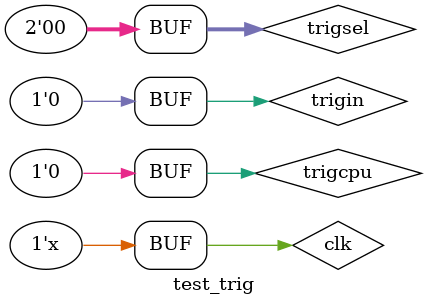
<source format=v>
`timescale 1ns / 1ps


module test_trig;

	// Inputs
	reg clk;
	reg trigin;
	reg trigcpu;
	reg trigemu;
	reg [1:0] trigsel;

	// Outputs
	wire trigpulse;
	wire cycleend;
	wire cyclebegin;

	// Instantiate the Unit Under Test (UUT)
	trigger uut (
		.clk(clk), 
		.trigin(trigin), 
		.trigcpu(trigcpu), 
		.trigemu(trigemu),
		.trigsel(trigsel), 
		.trigpulse(trigpulse), 
		.cycleend(cycleend), 
		.cyclebegin(cyclebegin)
	);

      always begin
			#3 clk = ~clk;
	  end

	initial begin
		// Initialize Inputs
		clk = 0;
		trigin = 0;
		trigcpu = 0;
		trigsel = 0;

		// Wait 100 ns for global reset to finish
		#100;
        
		// Add stimulus here

	  
	  trigin = 1;
	  #20;
	  trigin = 0;
	  #2000;
	  trigin = 1;
	  #20;
	  trigin = 0;
	  #2000;
	  trigin = 1;
	  #2000;
	  trigin = 0;

	end
      
endmodule


</source>
